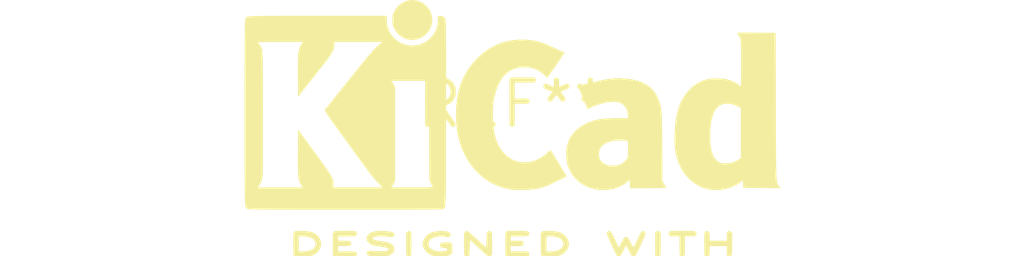
<source format=kicad_pcb>
(kicad_pcb (version 20240108) (generator pcbnew)
  (layers (0 "F.Cu" signal) (31 "B.Cu" signal) (34 "B.Paste" user) (35 "F.Paste" user) (36 "B.SilkS" user "B.Silkscreen") (37 "F.SilkS" user "F.Silkscreen") (38 "B.Mask" user) (39 "F.Mask" user) (44 "Edge.Cuts" user))
  (net 0 "")
  (footprint "KiCad-Logo2_6mm_SilkScreen" (layer "F.Cu") (at 0 0)
    (property "Reference" "REF**")
    (property "Value" "KiCad-Logo2_6mm_SilkScreen")
    (fp_poly (pts (xy 4.200322 3.642069) (xy 4.224035 3.656839) (xy 4.250686 3.678419) (xy 4.250686 3.999965) (xy 4.250601 4.094022) (xy 4.250237 4.168124) (xy 4.249432 4.224896) (xy 4.248021 4.26696) (xy 4.245841 4.29694) (xy 4.242729 4.317459) (xy 4.238522 4.331141) (xy 4.233056 4.340608) (xy 4.22918 4.345274) (xy 4.197742 4.365767) (xy 4.161941 4.364931) (xy 4.130581 4.347456) (xy 4.10393 4.325876) (xy 4.10393 3.678419) (xy 4.130581 3.656839) (xy 4.156302 3.641141) (xy 4.177308 3.635259) (xy 4.200322 3.642069)) (layer "F.SilkS") (stroke (width 0.01)) (fill solid))
    (fp_poly (pts (xy -2.912114 3.657837) (xy -2.905534 3.66541) (xy -2.900371 3.675179) (xy -2.896456 3.689763) (xy -2.893616 3.711777) (xy -2.891679 3.74384) (xy -2.890475 3.788567) (xy -2.889831 3.848577) (xy -2.889576 3.926486) (xy -2.889537 4.002148) (xy -2.889606 4.095994) (xy -2.88993 4.169881) (xy -2.890678 4.226424) (xy -2.892024 4.268241) (xy -2.894138 4.297949) (xy -2.897192 4.318165) (xy -2.901358 4.331506) (xy -2.906808 4.34059) (xy -2.912114 4.346459) (xy -2.945118 4.366139) (xy -2.980283 4.364373) (xy -3.011747 4.342909) (xy -3.018976 4.334529) (xy -3.024626 4.324806) (xy -3.028891 4.311053) (xy -3.031965 4.290581) (xy -3.034044 4.260704) (xy -3.035322 4.218733) (xy -3.035993 4.161981) (xy -3.036251 4.087759) (xy -3.036292 4.003729) (xy -3.036292 3.690677) (xy -3.008583 3.662968) (xy -2.974429 3.639655) (xy -2.941298 3.638815) (xy -2.912114 3.657837)) (layer "F.SilkS") (stroke (width 0.01)) (fill solid))
    (fp_poly (pts (xy -2.726079 -2.96351) (xy -2.622973 -2.927762) (xy -2.526978 -2.871493) (xy -2.441247 -2.794712) (xy -2.36893 -2.697427) (xy -2.336445 -2.636108) (xy -2.308332 -2.55034) (xy -2.294705 -2.451323) (xy -2.296214 -2.349529) (xy -2.312969 -2.257286) (xy -2.358763 -2.144568) (xy -2.425168 -2.046793) (xy -2.508809 -1.965885) (xy -2.606312 -1.903768) (xy -2.7143 -1.862366) (xy -2.829399 -1.843603) (xy -2.948234 -1.849402) (xy -3.006811 -1.861794) (xy -3.120972 -1.906203) (xy -3.222365 -1.973967) (xy -3.308545 -2.062999) (xy -3.377066 -2.171209) (xy -3.382864 -2.183027) (xy -3.402904 -2.227372) (xy -3.415487 -2.26472) (xy -3.422319 -2.30412) (xy -3.425105 -2.354619) (xy -3.425568 -2.409567) (xy -3.424803 -2.475585) (xy -3.421352 -2.523311) (xy -3.413477 -2.561897) (xy -3.399443 -2.600494) (xy -3.38212 -2.638574) (xy -3.317505 -2.746672) (xy -3.237934 -2.834197) (xy -3.14656 -2.901159) (xy -3.046536 -2.947564) (xy -2.941012 -2.973419) (xy -2.833142 -2.978732) (xy -2.726079 -2.96351)) (layer "F.SilkS") (stroke (width 0.01)) (fill solid))
    (fp_poly (pts (xy 4.974773 3.635355) (xy 5.05348 3.635734) (xy 5.114571 3.636525) (xy 5.160525 3.637862) (xy 5.193822 3.639875) (xy 5.216944 3.642698) (xy 5.23237 3.646461) (xy 5.242579 3.651297) (xy 5.247521 3.655014) (xy 5.273165 3.68755) (xy 5.276267 3.72133) (xy 5.260419 3.752018) (xy 5.250056 3.764281) (xy 5.238904 3.772642) (xy 5.222743 3.777849) (xy 5.19735 3.780649) (xy 5.158506 3.781788) (xy 5.101988 3.782013) (xy 5.090888 3.782014) (xy 4.944952 3.782014) (xy 4.944952 4.052948) (xy 4.944856 4.138346) (xy 4.944419 4.204056) (xy 4.94342 4.252966) (xy 4.941636 4.287965) (xy 4.938845 4.311941) (xy 4.934825 4.327785) (xy 4.929353 4.338383) (xy 4.922374 4.346459) (xy 4.889442 4.366304) (xy 4.855062 4.36474) (xy 4.823884 4.342098) (xy 4.821594 4.339292) (xy 4.814137 4.328684) (xy 4.808455 4.316273) (xy 4.804309 4.299042) (xy 4.801458 4.273976) (xy 4.799662 4.238059) (xy 4.79868 4.188275) (xy 4.798272 4.121609) (xy 4.798197 4.045781) (xy 4.798197 3.782014) (xy 4.658835 3.782014) (xy 4.59903 3.78161) (xy 4.557626 3.780032) (xy 4.530456 3.776739) (xy 4.513354 3.771184) (xy 4.502151 3.762823) (xy 4.500791 3.76137) (xy 4.484433 3.728131) (xy 4.48588 3.690554) (xy 4.504686 3.657837) (xy 4.511958 3.65149) (xy 4.521335 3.646458) (xy 4.535317 3.642588) (xy 4.556404 3.639729) (xy 4.587097 3.637727) (xy 4.629897 3.636431) (xy 4.687303 3.63569) (xy 4.761818 3.63535) (xy 4.855941 3.63526) (xy 4.875968 3.635259) (xy 4.974773 3.635355)) (layer "F.SilkS") (stroke (width 0.01)) (fill solid))
    (fp_poly (pts (xy 6.240531 3.640725) (xy 6.27191 3.662968) (xy 6.299619 3.690677) (xy 6.299619 4.000112) (xy 6.299546 4.091991) (xy 6.299203 4.164032) (xy 6.2984 4.218972) (xy 6.296949 4.259552) (xy 6.29466 4.288509) (xy 6.291344 4.308583) (xy 6.286813 4.322513) (xy 6.280877 4.333037) (xy 6.276222 4.339292) (xy 6.245491 4.363865) (xy 6.210204 4.366533) (xy 6.177953 4.351463) (xy 6.167296 4.342566) (xy 6.160172 4.330749) (xy 6.155875 4.311718) (xy 6.153699 4.281184) (xy 6.152936 4.234854) (xy 6.152863 4.199063) (xy 6.152863 4.064237) (xy 5.656152 4.064237) (xy 5.656152 4.186892) (xy 5.655639 4.242979) (xy 5.653584 4.281525) (xy 5.649216 4.307553) (xy 5.641764 4.326089) (xy 5.632755 4.339292) (xy 5.601852 4.363796) (xy 5.566904 4.366698) (xy 5.533446 4.349281) (xy 5.524312 4.340151) (xy 5.51786 4.328047) (xy 5.513605 4.309193) (xy 5.51106 4.279812) (xy 5.509737 4.236129) (xy 5.509151 4.174367) (xy 5.509083 4.160192) (xy 5.508599 4.043823) (xy 5.508349 3.947919) (xy 5.508431 3.870369) (xy 5.508939 3.809061) (xy 5.50997 3.761882) (xy 5.511621 3.726722) (xy 5.513987 3.701468) (xy 5.517165 3.684009) (xy 5.521252 3.672233) (xy 5.526342 3.664027) (xy 5.531974 3.657837) (xy 5.563836 3.638036) (xy 5.597065 3.640725) (xy 5.628443 3.662968) (xy 5.641141 3.677318) (xy 5.649234 3.69317) (xy 5.65375 3.715746) (xy 5.655714 3.75027) (xy 5.656152 3.801968) (xy 5.656152 3.917481) (xy 6.152863 3.917481) (xy 6.152863 3.798948) (xy 6.15337 3.74434) (xy 6.155406 3.707467) (xy 6.159743 3.683499) (xy 6.167155 3.667607) (xy 6.175441 3.657837) (xy 6.207302 3.638036) (xy 6.240531 3.640725)) (layer "F.SilkS") (stroke (width 0.01)) (fill solid))
    (fp_poly (pts (xy 1.030017 3.635467) (xy 1.158996 3.639828) (xy 1.268699 3.653053) (xy 1.360934 3.675933) (xy 1.43751 3.709262) (xy 1.500235 3.75383) (xy 1.55092 3.810428) (xy 1.591371 3.87985) (xy 1.592167 3.881543) (xy 1.616309 3.943675) (xy 1.624911 3.998701) (xy 1.617939 4.054079) (xy 1.595362 4.117265) (xy 1.59108 4.126881) (xy 1.56188 4.183158) (xy 1.529064 4.226643) (xy 1.48671 4.263609) (xy 1.428898 4.300327) (xy 1.425539 4.302244) (xy 1.375212 4.326419) (xy 1.318329 4.344474) (xy 1.251235 4.357031) (xy 1.170273 4.364714) (xy 1.07179 4.368145) (xy 1.036994 4.368443) (xy 0.871302 4.369037) (xy 0.847905 4.339292) (xy 0.840965 4.329511) (xy 0.83555 4.318089) (xy 0.831473 4.302287) (xy 0.828545 4.279367) (xy 0.826575 4.246588) (xy 0.825933 4.222281) (xy 0.982552 4.222281) (xy 1.076434 4.222281) (xy 1.131372 4.220675) (xy 1.187768 4.216447) (xy 1.234053 4.210484) (xy 1.236847 4.209982) (xy 1.319056 4.187928) (xy 1.382822 4.154792) (xy 1.43016 4.109039) (xy 1.46309 4.049131) (xy 1.468816 4.033253) (xy 1.474429 4.008525) (xy 1.471999 3.984094) (xy 1.460175 3.951592) (xy 1.453048 3.935626) (xy 1.429708 3.893198) (xy 1.401588 3.863432) (xy 1.370648 3.842703) (xy 1.308674 3.815729) (xy 1.229359 3.79619) (xy 1.136961 3.784938) (xy 1.070041 3.782462) (xy 0.982552 3.782014) (xy 0.982552 4.222281) (xy 0.825933 4.222281) (xy 0.825376 4.201213) (xy 0.824758 4.140503) (xy 0.824533 4.061718) (xy 0.824508 4.000112) (xy 0.824508 3.690677) (xy 0.852217 3.662968) (xy 0.864514 3.651736) (xy 0.877811 3.644045) (xy 0.89638 3.639232) (xy 0.924494 3.636638) (xy 0.966425 3.635602) (xy 1.026445 3.635462) (xy 1.030017 3.635467)) (layer "F.SilkS") (stroke (width 0.01)) (fill solid))
    (fp_poly (pts (xy -6.109663 3.635258) (xy -6.070181 3.635659) (xy -5.954492 3.638451) (xy -5.857603 3.646742) (xy -5.776211 3.661424) (xy -5.707015 3.683385) (xy -5.646712 3.713514) (xy -5.592 3.752702) (xy -5.572459 3.769724) (xy -5.540042 3.809555) (xy -5.510812 3.863605) (xy -5.488283 3.923515) (xy -5.475971 3.980931) (xy -5.474692 4.002148) (xy -5.482709 4.060961) (xy -5.504191 4.125205) (xy -5.535291 4.186013) (xy -5.572158 4.234522) (xy -5.578146 4.240374) (xy -5.628871 4.281513) (xy -5.684417 4.313627) (xy -5.747988 4.337557) (xy -5.822786 4.354145) (xy -5.912014 4.364233) (xy -6.018874 4.368661) (xy -6.06782 4.369037) (xy -6.130054 4.368737) (xy -6.17382 4.367484) (xy -6.203223 4.364746) (xy -6.222371 4.359993) (xy -6.235369 4.352693) (xy -6.242337 4.346459) (xy -6.248918 4.338886) (xy -6.25408 4.329116) (xy -6.257995 4.314532) (xy -6.260835 4.292518) (xy -6.262772 4.260456) (xy -6.263976 4.215728) (xy -6.26462 4.155718) (xy -6.264875 4.077809) (xy -6.264914 4.002148) (xy -6.265162 3.901233) (xy -6.265109 3.820619) (xy -6.264149 3.782014) (xy -6.118159 3.782014) (xy -6.118159 4.222281) (xy -6.025026 4.222196) (xy -5.968985 4.220588) (xy -5.910291 4.216448) (xy -5.86132 4.210656) (xy -5.85983 4.210418) (xy -5.780684 4.191282) (xy -5.719294 4.161479) (xy -5.672597 4.11907) (xy -5.642927 4.073153) (xy -5.624645 4.022218) (xy -5.626063 3.974392) (xy -5.64728 3.923125) (xy -5.688781 3.870091) (xy -5.74629 3.830792) (xy -5.821042 3.804523) (xy -5.871 3.795227) (xy -5.927708 3.788699) (xy -5.987811 3.783974) (xy -6.038931 3.782009) (xy -6.041959 3.782) (xy -6.118159 3.782014) (xy -6.264149 3.782014) (xy -6.263552 3.758043) (xy -6.25929 3.711247) (xy -6.251122 3.67797) (xy -6.237848 3.655951) (xy -6.218266 3.642931) (xy -6.191175 3.636649) (xy -6.155374 3.634845) (xy -6.109663 3.635258)) (layer "F.SilkS") (stroke (width 0.01)) (fill solid))
    (fp_poly (pts (xy -1.288406 3.63964) (xy -1.26484 3.653465) (xy -1.234027 3.676073) (xy -1.19437 3.70853) (xy -1.144272 3.7519) (xy -1.082135 3.80725) (xy -1.006364 3.875643) (xy -0.919626 3.954276) (xy -0.739003 4.11807) (xy -0.733359 3.898221) (xy -0.731321 3.822543) (xy -0.729355 3.766186) (xy -0.727026 3.725898) (xy -0.723898 3.698427) (xy -0.719537 3.680521) (xy -0.713508 3.668929) (xy -0.705376 3.6604) (xy -0.701064 3.656815) (xy -0.666533 3.637862) (xy -0.633675 3.640633) (xy -0.60761 3.656825) (xy -0.580959 3.678391) (xy -0.577644 3.993343) (xy -0.576727 4.085971) (xy -0.57626 4.158736) (xy -0.576405 4.214353) (xy -0.577324 4.255534) (xy -0.579179 4.284995) (xy -0.582131 4.305447) (xy -0.586342 4.319605) (xy -0.591974 4.330183) (xy -0.598219 4.338666) (xy -0.611731 4.354399) (xy -0.625175 4.364828) (xy -0.640416 4.368831) (xy -0.659318 4.365286) (xy -0.683747 4.353071) (xy -0.715565 4.331063) (xy -0.75664 4.298141) (xy -0.808834 4.253183) (xy -0.874014 4.195067) (xy -0.947848 4.128291) (xy -1.213137 3.88765) (xy -1.218781 4.106781) (xy -1.220823 4.18232) (xy -1.222794 4.238546) (xy -1.225131 4.278716) (xy -1.228273 4.306088) (xy -1.232656 4.32392) (xy -1.238716 4.335471) (xy -1.246892 4.343999) (xy -1.251076 4.347474) (xy -1.288057 4.366564) (xy -1.323 4.363685) (xy -1.353428 4.339292) (xy -1.360389 4.329478) (xy -1.365815 4.318018) (xy -1.369895 4.30216) (xy -1.372821 4.279155) (xy -1.374784 4.246254) (xy -1.375975 4.200708) (xy -1.376584 4.139765) (xy -1.376803 4.060678) (xy -1.376826 4.002148) (xy -1.376752 3.910599) (xy -1.376405 3.838879) (xy -1.375593 3.784237) (xy -1.374125 3.743924) (xy -1.371811 3.71519) (xy -1.368459 3.695285) (xy -1.36388 3.68146) (xy -1.357881 3.670964) (xy -1.353428 3.665003) (xy -1.342142 3.650883) (xy -1.331593 3.640221) (xy -1.320185 3.634084) (xy -1.306322 3.633535) (xy -1.288406 3.63964)) (layer "F.SilkS") (stroke (width 0.01)) (fill solid))
    (fp_poly (pts (xy -1.938373 3.640791) (xy -1.869857 3.652287) (xy -1.817235 3.670159) (xy -1.783 3.693691) (xy -1.773671 3.707116) (xy -1.764185 3.73834) (xy -1.770569 3.766587) (xy -1.790722 3.793374) (xy -1.822037 3.805905) (xy -1.867475 3.804888) (xy -1.902618 3.798098) (xy -1.980711 3.785163) (xy -2.060518 3.783934) (xy -2.149847 3.794433) (xy -2.174521 3.798882) (xy -2.257583 3.8223) (xy -2.322565 3.857137) (xy -2.368753 3.902796) (xy -2.395437 3.958686) (xy -2.400955 3.98758) (xy -2.397343 4.046204) (xy -2.374021 4.098071) (xy -2.333116 4.14217) (xy -2.276751 4.177491) (xy -2.207052 4.203021) (xy -2.126144 4.217751) (xy -2.036152 4.22067) (xy -1.939202 4.210767) (xy -1.933728 4.209833) (xy -1.895167 4.202651) (xy -1.873786 4.195713) (xy -1.864519 4.185419) (xy -1.862298 4.168168) (xy -1.862248 4.159033) (xy -1.862248 4.120681) (xy -1.930723 4.120681) (xy -1.991192 4.116539) (xy -2.032457 4.103339) (xy -2.056467 4.079922) (xy -2.065169 4.045128) (xy -2.065275 4.040586) (xy -2.060184 4.010846) (xy -2.042725 3.989611) (xy -2.010231 3.975558) (xy -1.960035 3.967365) (xy -1.911415 3.964353) (xy -1.840748 3.962625) (xy -1.78949 3.965262) (xy -1.754531 3.974992) (xy -1.732762 3.994545) (xy -1.721072 4.026648) (xy -1.716352 4.07403) (xy -1.715492 4.136263) (xy -1.716901 4.205727) (xy -1.72114 4.252978) (xy -1.728228 4.278204) (xy -1.729603 4.28018) (xy -1.76852 4.3117) (xy -1.825578 4.336662) (xy -1.897161 4.354532) (xy -1.97965 4.364778) (xy -2.069431 4.366865) (xy -2.162884 4.36026) (xy -2.217848 4.352148) (xy -2.304058 4.327746) (xy -2.384184 4.287854) (xy -2.451269 4.236079) (xy -2.461465 4.225731) (xy -2.494594 4.182227) (xy -2.524486 4.12831) (xy -2.547649 4.071784) (xy -2.56059 4.020451) (xy -2.56215 4.000736) (xy -2.55551 3.959611) (xy -2.53786 3.908444) (xy -2.512589 3.854586) (xy -2.483081 3.805387) (xy -2.457011 3.772526) (xy -2.396057 3.723644) (xy -2.317261 3.684737) (xy -2.223449 3.656686) (xy -2.117442 3.640371) (xy -2.020292 3.636384) (xy -1.938373 3.640791)) (layer "F.SilkS") (stroke (width 0.01)) (fill solid))
    (fp_poly (pts (xy 0.242051 3.635452) (xy 0.318409 3.636366) (xy 0.376925 3.638503) (xy 0.419963 3.642367) (xy 0.449891 3.648459) (xy 0.469076 3.657282) (xy 0.479884 3.669338) (xy 0.484681 3.685131) (xy 0.485835 3.705162) (xy 0.485841 3.707527) (xy 0.484839 3.730184) (xy 0.480104 3.747695) (xy 0.469041 3.760766) (xy 0.449056 3.770105) (xy 0.417554 3.776419) (xy 0.37194 3.780414) (xy 0.309621 3.782798) (xy 0.228001 3.784278) (xy 0.202985 3.784606) (xy -0.039092 3.787659) (xy -0.042478 3.85257) (xy -0.045863 3.917481) (xy 0.122284 3.917481) (xy 0.187974 3.917723) (xy 0.23488 3.918748) (xy 0.266791 3.921003) (xy 0.287499 3.924934) (xy 0.300792 3.93099) (xy 0.310463 3.939616) (xy 0.310525 3.939685) (xy 0.328064 3.973304) (xy 0.32743 4.00964) (xy 0.309022 4.040615) (xy 0.305379 4.043799) (xy 0.292449 4.052004) (xy 0.274732 4.057713) (xy 0.248278 4.061354) (xy 0.20914 4.063359) (xy 0.15337 4.064156) (xy 0.117702 4.064237) (xy -0.044737 4.064237) (xy -0.044737 4.222281) (xy 0.201869 4.222281) (xy 0.283288 4.222423) (xy 0.345118 4.223006) (xy 0.390345 4.22426) (xy 0.421956 4.226419) (xy 0.442939 4.229715) (xy 0.456281 4.234381) (xy 0.464969 4.240649) (xy 0.467158 4.242925) (xy 0.483322 4.274472) (xy 0.484505 4.31036) (xy 0.471244 4.341477) (xy 0.460751 4.351463) (xy 0.449837 4.356961) (xy 0.432925 4.361214) (xy 0.407341 4.364372) (xy 0.370409 4.366584) (xy 0.319454 4.367998) (xy 0.251802 4.368764) (xy 0.164777 4.36903) (xy 0.145102 4.369037) (xy 0.056619 4.368979) (xy -0.012065 4.368659) (xy -0.063728 4.367859) (xy -0.101147 4.366359) (xy -0.127102 4.363941) (xy -0.14437 4.360386) (xy -0.15573 4.355474) (xy -0.16396 4.348987) (xy -0.168475 4.34433) (xy -0.175271 4.336081) (xy -0.18058 4.325861) (xy -0.184586 4.310992) (xy -0.187471 4.288794) (xy -0.189418 4.256585) (xy -0.190611 4.211688) (xy -0.191231 4.15142) (xy -0.191463 4.073103) (xy -0.191492 4.007186) (xy -0.191421 3.91482) (xy -0.191084 3.842309) (xy -0.190294 3.786929) (xy -0.188866 3.745957) (xy -0.186613 3.71667) (xy -0.183349 3.696345) (xy -0.178888 3.682258) (xy -0.173044 3.671687) (xy -0.168095 3.665003) (xy -0.144698 3.635259) (xy 0.145482 3.635259) (xy 0.242051 3.635452)) (layer "F.SilkS") (stroke (width 0.01)) (fill solid))
    (fp_poly (pts (xy -4.701086 3.635338) (xy -4.631678 3.63571) (xy -4.579289 3.636577) (xy -4.541139 3.638138) (xy -4.514451 3.640595) (xy -4.496445 3.644149) (xy -4.484341 3.649002) (xy -4.475361 3.655353) (xy -4.47211 3.658276) (xy -4.452335 3.689334) (xy -4.448774 3.72502) (xy -4.461783 3.756702) (xy -4.467798 3.763105) (xy -4.477527 3.769313) (xy -4.493193 3.774102) (xy -4.5177 3.777706) (xy -4.553953 3.780356) (xy -4.604857 3.782287) (xy -4.673318 3.783731) (xy -4.735909 3.78461) (xy -4.983626 3.787659) (xy -4.987011 3.85257) (xy -4.990397 3.917481) (xy -4.82225 3.917481) (xy -4.749251 3.918111) (xy -4.695809 3.920745) (xy -4.65892 3.926501) (xy -4.63558 3.936496) (xy -4.622786 3.951848) (xy -4.617534 3.973674) (xy -4.616737 3.99393) (xy -4.619215 4.018784) (xy -4.628569 4.037098) (xy -4.647675 4.049829) (xy -4.67941 4.057933) (xy -4.726651 4.062368) (xy -4.792275 4.064091) (xy -4.828093 4.064237) (xy -4.98927 4.064237) (xy -4.98927 4.222281) (xy -4.740914 4.222281) (xy -4.659505 4.222394) (xy -4.597634 4.222904) (xy -4.55226 4.224062) (xy -4.520346 4.226122) (xy -4.498851 4.229338) (xy -4.484735 4.233964) (xy -4.47496 4.240251) (xy -4.469981 4.244859) (xy -4.452902 4.271752) (xy -4.447403 4.295659) (xy -4.455255 4.324859) (xy -4.469981 4.346459) (xy -4.477838 4.353258) (xy -4.48798 4.358538) (xy -4.503136 4.36249) (xy -4.526033 4.365305) (xy -4.559401 4.367174) (xy -4.605967 4.36829) (xy -4.668459 4.368843) (xy -4.749606 4.369025) (xy -4.791714 4.369037) (xy -4.88189 4.368957) (xy -4.952216 4.36859) (xy -5.005421 4.367744) (xy -5.044232 4.366228) (xy -5.071379 4.363851) (xy -5.08959 4.360421) (xy -5.101592 4.355746) (xy -5.110114 4.349636) (xy -5.113448 4.346459) (xy -5.120047 4.338862) (xy -5.125219 4.329062) (xy -5.129138 4.314431) (xy -5.131976 4.292344) (xy -5.133907 4.260174) (xy -5.135104 4.215295) (xy -5.13574 4.155081) (xy -5.135989 4.076905) (xy -5.136026 4.004115) (xy -5.135992 3.910899) (xy -5.135757 3.837623) (xy -5.135122 3.78165) (xy -5.133886 3.740343) (xy -5.131848 3.711064) (xy -5.128809 3.691176) (xy -5.124569 3.678042) (xy -5.118927 3.669024) (xy -5.111683 3.661485) (xy -5.109898 3.659804) (xy -5.101237 3.652364) (xy -5.091174 3.646601) (xy -5.076917 3.642304) (xy -5.055675 3.639256) (xy -5.024656 3.637243) (xy -4.981069 3.636052) (xy -4.922123 3.635467) (xy -4.845026 3.635275) (xy -4.790293 3.635259) (xy -4.701086 3.635338)) (layer "F.SilkS") (stroke (width 0.01)) (fill solid))
    (fp_poly (pts (xy 3.756373 3.637226) (xy 3.775963 3.644227) (xy 3.776718 3.644569) (xy 3.803321 3.66487) (xy 3.817978 3.685753) (xy 3.820846 3.695544) (xy 3.820704 3.708553) (xy 3.816669 3.727087) (xy 3.807854 3.753449) (xy 3.793377 3.789944) (xy 3.772353 3.838879) (xy 3.743896 3.902557) (xy 3.707123 3.983285) (xy 3.686883 4.027408) (xy 3.650333 4.106177) (xy 3.616023 4.178615) (xy 3.58526 4.242072) (xy 3.559356 4.2939) (xy 3.539618 4.331451) (xy 3.527358 4.352076) (xy 3.524932 4.354925) (xy 3.493891 4.367494) (xy 3.458829 4.365811) (xy 3.430708 4.350524) (xy 3.429562 4.349281) (xy 3.418376 4.332346) (xy 3.399612 4.299362) (xy 3.375583 4.254572) (xy 3.348605 4.202224) (xy 3.338909 4.182934) (xy 3.265722 4.036342) (xy 3.185948 4.195585) (xy 3.157475 4.250607) (xy 3.131058 4.298324) (xy 3.108856 4.335085) (xy 3.093027 4.357236) (xy 3.087662 4.361933) (xy 3.045965 4.368294) (xy 3.011557 4.354925) (xy 3.001436 4.340638) (xy 2.983922 4.308884) (xy 2.960443 4.262789) (xy 2.932428 4.205477) (xy 2.901307 4.140072) (xy 2.868507 4.069699) (xy 2.835458 3.997483) (xy 2.803589 3.926547) (xy 2.774327 3.860017) (xy 2.749103 3.801018) (xy 2.729344 3.752673) (xy 2.71648 3.718107) (xy 2.711939 3.700445) (xy 2.711985 3.699805) (xy 2.723034 3.67758) (xy 2.745118 3.654945) (xy 2.746418 3.65396) (xy 2.773561 3.638617) (xy 2.798666 3.638766) (xy 2.808076 3.641658) (xy 2.819542 3.64791) (xy 2.831718 3.660206) (xy 2.846065 3.6811) (xy 2.864044 3.713141) (xy 2.887115 3.75888) (xy 2.916738 3.820869) (xy 2.943453 3.87809) (xy 2.974188 3.944418) (xy 3.001729 4.004066) (xy 3.024646 4.053917) (xy 3.041506 4.090856) (xy 3.050881 4.111765) (xy 3.052248 4.115037) (xy 3.058397 4.109689) (xy 3.07253 4.087301) (xy 3.092765 4.051138) (xy 3.117223 4.004469) (xy 3.126956 3.985214) (xy 3.159925 3.920196) (xy 3.185351 3.872846) (xy 3.20532 3.840411) (xy 3.221918 3.820138) (xy 3.237232 3.809274) (xy 3.253348 3.805067) (xy 3.263851 3.804592) (xy 3.282378 3.806234) (xy 3.298612 3.813023) (xy 3.314743 3.827758) (xy 3.332959 3.853236) (xy 3.355447 3.892253) (xy 3.384397 3.947606) (xy 3.40037 3.979095) (xy 3.426278 4.029279) (xy 3.448875 4.070896) (xy 3.466166 4.100434) (xy 3.476158 4.114381) (xy 3.477517 4.114962) (xy 3.483969 4.103985) (xy 3.498416 4.075482) (xy 3.519411 4.032436) (xy 3.545505 3.97783) (xy 3.575254 3.914646) (xy 3.589888 3.883263) (xy 3.627958 3.80227) (xy 3.658613 3.739948) (xy 3.683445 3.694263) (xy 3.704045 3.663181) (xy 3.722006 3.64467) (xy 3.738918 3.636696) (xy 3.756373 3.637226)) (layer "F.SilkS") (stroke (width 0.01)) (fill solid))
    (fp_poly (pts (xy -3.679995 3.636543) (xy -3.60518 3.641773) (xy -3.535598 3.649942) (xy -3.475294 3.660742) (xy -3.428312 3.673865) (xy -3.398698 3.689005) (xy -3.394152 3.693461) (xy -3.378346 3.728042) (xy -3.383139 3.763543) (xy -3.407656 3.793917) (xy -3.408826 3.794788) (xy -3.423246 3.804146) (xy -3.4383 3.809068) (xy -3.459297 3.809665) (xy -3.491549 3.806053) (xy -3.540365 3.798346) (xy -3.544292 3.797697) (xy -3.617031 3.788761) (xy -3.695509 3.784353) (xy -3.774219 3.784311) (xy -3.847653 3.788471) (xy -3.910303 3.796671) (xy -3.956662 3.808749) (xy -3.959708 3.809963) (xy -3.99334 3.828807) (xy -4.005156 3.847877) (xy -3.995906 3.866631) (xy -3.966339 3.884529) (xy -3.917203 3.901029) (xy -3.849249 3.915588) (xy -3.803937 3.922598) (xy -3.709748 3.936081) (xy -3.634836 3.948406) (xy -3.576009 3.960641) (xy -3.530077 3.973853) (xy -3.493847 3.989109) (xy -3.46413 4.007477) (xy -3.437734 4.030023) (xy -3.416522 4.052163) (xy -3.391357 4.083011) (xy -3.378973 4.109537) (xy -3.3751 4.142218) (xy -3.374959 4.154187) (xy -3.377868 4.193904) (xy -3.389494 4.223451) (xy -3.409615 4.249678) (xy -3.450508 4.289768) (xy -3.496109 4.320341) (xy -3.549805 4.342395) (xy -3.614984 4.356927) (xy -3.695036 4.364933) (xy -3.793349 4.36741) (xy -3.809581 4.367369) (xy -3.875141 4.36601) (xy -3.940158 4.362922) (xy -3.997544 4.358548) (xy -4.040214 4.353332) (xy -4.043664 4.352733) (xy -4.086088 4.342683) (xy -4.122072 4.329988) (xy -4.142442 4.318382) (xy -4.161399 4.287764) (xy -4.162719 4.25211) (xy -4.146377 4.220336) (xy -4.142721 4.216743) (xy -4.127607 4.206068) (xy -4.108707 4.201468) (xy -4.079454 4.202251) (xy -4.043943 4.206319) (xy -4.004262 4.209954) (xy -3.948637 4.21302) (xy -3.883698 4.215245) (xy -3.816077 4.216356) (xy -3.798292 4.216429) (xy -3.73042 4.216156) (xy -3.680746 4.214838) (xy -3.644902 4.212019) (xy -3.618516 4.207242) (xy -3.597218 4.200049) (xy -3.584418 4.194059) (xy -3.556292 4.177425) (xy -3.53836 4.16236) (xy -3.535739 4.158089) (xy -3.541268 4.140455) (xy -3.567552 4.123384) (xy -3.61277 4.10765) (xy -3.6751 4.09403) (xy -3.693463 4.090996) (xy -3.789382 4.07593) (xy -3.865933 4.063338) (xy -3.926072 4.052303) (xy -3.972752 4.041912) (xy -4.008929 4.031248) (xy -4.037557 4.019397) (xy -4.06159 4.005443) (xy -4.083984 3.988473) (xy -4.107694 3.96757) (xy -4.115672 3.960241) (xy -4.143645 3.932891) (xy -4.158452 3.911221) (xy -4.164244 3.886424) (xy -4.165181 3.855175) (xy -4.154867 3.793897) (xy -4.124044 3.741832) (xy -4.072887 3.69915) (xy -4.001575 3.666017) (xy -3.950692 3.651156) (xy -3.895392 3.641558) (xy -3.829145 3.636128) (xy -3.755998 3.634559) (xy -3.679995 3.636543)) (layer "F.SilkS") (stroke (width 0.01)) (fill solid))
    (fp_poly (pts (xy 0.439962 -1.839501) (xy 0.588014 -1.823293) (xy 0.731452 -1.794282) (xy 0.87611 -1.750955) (xy 1.027824 -1.691799) (xy 1.192428 -1.6153) (xy 1.222071 -1.600483) (xy 1.290098 -1.566969) (xy 1.354256 -1.536792) (xy 1.408215 -1.512834) (xy 1.44564 -1.497976) (xy 1.451389 -1.496105) (xy 1.506486 -1.479598) (xy 1.259851 -1.120799) (xy 1.199552 -1.033107) (xy 1.144422 -0.952988) (xy 1.096336 -0.883164) (xy 1.057168 -0.826353) (xy 1.028794 -0.785277) (xy 1.013087 -0.762654) (xy 1.010536 -0.759072) (xy 1.000171 -0.766562) (xy 0.97466 -0.789082) (xy 0.938563 -0.822539) (xy 0.918642 -0.84145) (xy 0.805773 -0.931222) (xy 0.679014 -0.999439) (xy 0.569783 -1.036805) (xy 0.504214 -1.04854) (xy 0.422116 -1.055692) (xy 0.333144 -1.058126) (xy 0.246956 -1.055712) (xy 0.173205 -1.048317) (xy 0.143776 -1.042653) (xy 0.011133 -0.997018) (xy -0.108394 -0.927337) (xy -0.214717 -0.83374) (xy -0.307747 -0.716351) (xy -0.387395 -0.5753) (xy -0.453574 -0.410714) (xy -0.506194 -0.22272) (xy -0.537467 -0.061783) (xy -0.545626 0.009263) (xy -0.551185 0.101046) (xy -0.554198 0.206968) (xy -0.554719 0.320434) (xy -0.5528 0.434849) (xy -0.548497 0.543617) (xy -0.541863 0.640143) (xy -0.532951 0.717831) (xy -0.531021 0.729817) (xy -0.488501 0.922892) (xy -0.430567 1.093773) (xy -0.356867 1.243224) (xy -0.267049 1.372011) (xy -0.203293 1.441639) (xy -0.088714 1.536173) (xy 0.036942 1.606246) (xy 0.171557 1.651477) (xy 0.313011 1.671484) (xy 0.459183 1.665885) (xy 0.607955 1.6343) (xy 0.695911 1.603394) (xy 0.817629 1.541506) (xy 0.94308 1.452729) (xy 1.013353 1.392694) (xy 1.052811 1.357947) (xy 1.083812 1.332454) (xy 1.101458 1.32017) (xy 1.103648 1.319795) (xy 1.111524 1.332347) (xy 1.131932 1.365516) (xy 1.163132 1.416458) (xy 1.203386 1.482331) (xy 1.250957 1.560289) (xy 1.304104 1.64749) (xy 1.333687 1.696067) (xy 1.559648 2.067215) (xy 1.277527 2.206639) (xy 1.175522 2.256719) (xy 1.092889 2.29621) (xy 1.024578 2.327073) (xy 0.965537 2.351268) (xy 0.910714 2.370758) (xy 0.85506 2.387503) (xy 0.793523 2.403465) (xy 0.73454 2.417482) (xy 0.682115 2.428329) (xy 0.627288 2.436526) (xy 0.564572 2.442528) (xy 0.488477 2.44679) (xy 0.393516 2.449767) (xy 0.329513 2.451052) (xy 0.238192 2.45193) (xy 0.150627 2.451487) (xy 0.072612 2.449852) (xy 0.009942 2.447149) (xy -0.031587 2.443505) (xy -0.034048 2.443142) (xy -0.249697 2.396487) (xy -0.452207 2.325729) (xy -0.641505 2.230914) (xy -0.817521 2.112089) (xy -0.980184 1.9693) (xy -1.129422 1.802594) (xy -1.237504 1.654433) (xy -1.352566 1.460502) (xy -1.445577 1.255699) (xy -1.516987 1.038383) (xy -1.567244 0.806912) (xy -1.596799 0.559643) (xy -1.606111 0.308559) (xy -1.598452 0.06567) (xy -1.574387 -0.15843) (xy -1.533148 -0.367523) (xy -1.473973 -0.565387) (xy -1.396096 -0.755804) (xy -1.386797 -0.775532) (xy -1.284352 -0.959941) (xy -1.158528 -1.135424) (xy -1.012888 -1.29835) (xy -0.850999 -1.445086) (xy -0.676424 -1.571999) (xy -0.513756 -1.665095) (xy -0.349427 -1.738009) (xy -0.184749 -1.790826) (xy -0.013348 -1.824985) (xy 0.171153 -1.841922) (xy 0.281459 -1.84442) (xy 0.439962 -1.839501)) (layer "F.SilkS") (stroke (width 0.01)) (fill solid))
    (fp_poly (pts (xy 6.84227 -2.043175) (xy 6.959041 -2.042696) (xy 6.998729 -2.042455) (xy 7.544486 -2.038865) (xy 7.551351 0.054919) (xy 7.552258 0.338842) (xy 7.553062 0.59664) (xy 7.553815 0.829646) (xy 7.554569 1.039194) (xy 7.555375 1.226618) (xy 7.556285 1.39325) (xy 7.557351 1.540425) (xy 7.558624 1.669477) (xy 7.560156 1.781739) (xy 7.561998 1.878544) (xy 7.564203 1.961226) (xy 7.566822 2.031119) (xy 7.569906 2.089557) (xy 7.573508 2.137872) (xy 7.577678 2.1774) (xy 7.582469 2.209473) (xy 7.587931 2.235424) (xy 7.594118 2.256589) (xy 7.60108 2.274299) (xy 7.608869 2.289889) (xy 7.617537 2.304693) (xy 7.627135 2.320044) (xy 7.637715 2.337276) (xy 7.639884 2.340946) (xy 7.676268 2.403031) (xy 7.150431 2.399434) (xy 6.624594 2.395838) (xy 6.617729 2.280331) (xy 6.613992 2.224899) (xy 6.610097 2.192851) (xy 6.604811 2.180135) (xy 6.596903 2.182696) (xy 6.59027 2.190024) (xy 6.561374 2.216714) (xy 6.514279 2.251021) (xy 6.45562 2.288846) (xy 6.392031 2.32609) (xy 6.330149 2.358653) (xy 6.282634 2.380077) (xy 6.171316 2.415283) (xy 6.043596 2.440222) (xy 5.908901 2.453941) (xy 5.776663 2.455486) (xy 5.656308 2.443906) (xy 5.654326 2.443574) (xy 5.489641 2.40225) (xy 5.335479 2.336412) (xy 5.193328 2.247474) (xy 5.064675 2.136852) (xy 4.951007 2.005961) (xy 4.85381 1.856216) (xy 4.774572 1.689033) (xy 4.73143 1.56519) (xy 4.702979 1.461581) (xy 4.68188 1.361252) (xy 4.667488 1.258109) (xy 4.659158 1.146057) (xy 4.656245 1.019001) (xy 4.657535 0.915252) (xy 5.67065 0.915252) (xy 5.675444 1.089222) (xy 5.690568 1.238895) (xy 5.716485 1.365597) (xy 5.753663 1.470658) (xy 5.802565 1.555406) (xy 5.863658 1.621169) (xy 5.934177 1.667659) (xy 5.970871 1.685014) (xy 6.002696 1.695419) (xy 6.038177 1.700179) (xy 6.085841 1.700601) (xy 6.137189 1.698748) (xy 6.238169 1.689841) (xy 6.318035 1.672398) (xy 6.343135 1.663661) (xy 6.400448 1.637857) (xy 6.460897 1.605453) (xy 6.487297 1.589233) (xy 6.555946 1.544205) (xy 6.555946 0.116982) (xy 6.480432 0.071718) (xy 6.375121 0.020572) (xy 6.267525 -0.009676) (xy 6.161581 -0.019205) (xy 6.061224 -0.008193) (xy 5.970387 0.023181) (xy 5.893007 0.07474) (xy 5.868039 0.099488) (xy 5.807856 0.180577) (xy 5.759145 0.278734) (xy 5.721499 0.395643) (xy 5.694512 0.532985) (xy 5.677775 0.692444) (xy 5.670883 0.8757) (xy 5.67065 0.915252) (xy 4.657535 0.915252) (xy 4.658073 0.872067) (xy 4.669647 0.646053) (xy 4.69292 0.442192) (xy 4.728504 0.257513) (xy 4.777013 0.089048) (xy 4.83906 -0.066174) (xy 4.861201 -0.112192) (xy 4.950385 -0.262261) (xy 5.058159 -0.395623) (xy 5.18199 -0.510123) (xy 5.319342 -0.603611) (xy 5.467683 -0.673932) (xy 5.556604 -0.70294) (xy 5.643933 -0.72016) (xy 5.749011 -0.730406) (xy 5.863029 -0.733682) (xy 5.977177 -0.729991) (xy 6.082648 -0.71934) (xy 6.167334 -0.70263) (xy 6.268128 -0.66986) (xy 6.365822 -0.627721) (xy 6.451296 -0.580481) (xy 6.496789 -0.548419) (xy 6.528169 -0.524578) (xy 6.550142 -0.510061) (xy 6.555141 -0.508) (xy 6.55669 -0.521282) (xy 6.558135 -0.559337) (xy 6.559443 -0.619481) (xy 6.560583 -0.699027) (xy 6.561521 -0.795289) (xy 6.562226 -0.905581) (xy 6.562667 -1.027219) (xy 6.562811 -1.151115) (xy 6.56273 -1.309804) (xy 6.562335 -1.443592) (xy 6.561395 -1.55504) (xy 6.55968 -1.646705) (xy 6.556957 -1.721147) (xy 6.552997 -1.780925) (xy 6.547569 -1.828598) (xy 6.540441 -1.866726) (xy 6.531384 -1.897866) (xy 6.520167 -1.924579) (xy 6.506558 -1.949423) (xy 6.490328 -1.974957) (xy 6.48824 -1.978119) (xy 6.467306 -2.01119) (xy 6.454667 -2.033931) (xy 6.452973 -2.038728) (xy 6.466216 -2.040241) (xy 6.504002 -2.041472) (xy 6.563416 -2.042401) (xy 6.641542 -2.043008) (xy 6.735465 -2.043273) (xy 6.84227 -2.043175)) (layer "F.SilkS") (stroke (width 0.01)) (fill solid))
    (fp_poly (pts (xy 3.167505 -0.735771) (xy 3.235531 -0.730622) (xy 3.430163 -0.704727) (xy 3.602529 -0.663425) (xy 3.75347 -0.606147) (xy 3.883825 -0.532326) (xy 3.994434 -0.441392) (xy 4.086135 -0.332778) (xy 4.15977 -0.205915) (xy 4.213539 -0.068648) (xy 4.227187 -0.024863) (xy 4.239073 0.016141) (xy 4.249334 0.056569) (xy 4.258113 0.09863) (xy 4.265548 0.144531) (xy 4.27178 0.19648) (xy 4.27695 0.256685) (xy 4.281196 0.327352) (xy 4.28466 0.410689) (xy 4.287481 0.508905) (xy 4.2898 0.624205) (xy 4.291757 0.758799) (xy 4.293491 0.914893) (xy 4.295143 1.094695) (xy 4.296324 1.235676) (xy 4.30427 2.203622) (xy 4.355756 2.29677) (xy 4.380137 2.341645) (xy 4.39828 2.376501) (xy 4.406935 2.395054) (xy 4.407243 2.396311) (xy 4.394014 2.397749) (xy 4.356326 2.399074) (xy 4.297183 2.400249) (xy 4.219586 2.401237) (xy 4.126536 2.401999) (xy 4.021035 2.4025) (xy 3.906084 2.402701) (xy 3.892378 2.402703) (xy 3.377513 2.402703) (xy 3.377513 2.286) (xy 3.376635 2.23326) (xy 3.374292 2.192926) (xy 3.370921 2.1713) (xy 3.369431 2.169298) (xy 3.355804 2.177683) (xy 3.327757 2.199692) (xy 3.291303 2.230601) (xy 3.290485 2.231316) (xy 3.223962 2.280843) (xy 3.139948 2.330575) (xy 3.047937 2.375626) (xy 2.957421 2.41111) (xy 2.917567 2.423236) (xy 2.838255 2.438637) (xy 2.740935 2.448465) (xy 2.634516 2.45258) (xy 2.527907 2.450841) (xy 2.430017 2.443108) (xy 2.361513 2.431981) (xy 2.19352 2.382648) (xy 2.042281 2.312342) (xy 1.908782 2.221933) (xy 1.794006 2.112295) (xy 1.698937 1.984299) (xy 1.62456 1.838818) (xy 1.592474 1.750541) (xy 1.572365 1.664739) (xy 1.559038 1.561736) (xy 1.552872 1.451034) (xy 1.553074 1.434925) (xy 2.481648 1.434925) (xy 2.489348 1.517184) (xy 2.514989 1.585546) (xy 2.562378 1.64897) (xy 2.580579 1.667567) (xy 2.645282 1.717846) (xy 2.720066 1.750056) (xy 2.809662 1.765648) (xy 2.904012 1.766796) (xy 2.993501 1.759216) (xy 3.062018 1.744389) (xy 3.091775 1.733253) (xy 3.145408 1.702904) (xy 3.202235 1.660221) (xy 3.254082 1.612317) (xy 3.292778 1.566301) (xy 3.303054 1.549421) (xy 3.311042 1.525782) (xy 3.316721 1.488168) (xy 3.320356 1.432985) (xy 3.322211 1.35664) (xy 3.322594 1.283981) (xy 3.322335 1.19927) (xy 3.321287 1.138018) (xy 3.319045 1.096227) (xy 3.315206 1.069899) (xy 3.309365 1.055035) (xy 3.301118 1.047639) (xy 3.298567 1.046461) (xy 3.2764 1.042833) (xy 3.23268 1.039866) (xy 3.173311 1.037827) (xy 3.104196 1.036983) (xy 3.089189 1.036982) (xy 2.996805 1.038457) (xy 2.925432 1.042842) (xy 2.868719 1.050738) (xy 2.821872 1.06227) (xy 2.705669 1.106215) (xy 2.614543 1.160243) (xy 2.547705 1.225219) (xy 2.504365 1.302005) (xy 2.483734 1.391467) (xy 2.481648 1.434925) (xy 1.553074 1.434925) (xy 1.554244 1.342133) (xy 1.563532 1.244536) (xy 1.570777 1.205105) (xy 1.617039 1.058701) (xy 1.687384 0.923995) (xy 1.780484 0.80228) (xy 1.895012 0.694847) (xy 2.02964 0.602988) (xy 2.18304 0.527996) (xy 2.313459 0.482458) (xy 2.400623 0.458533) (xy 2.483996 0.439943) (xy 2.568976 0.426084) (xy 2.660965 0.416351) (xy 2.765362 0.410141) (xy 2.887568 0.406851) (xy 2.998055 0.405924) (xy 3.325677 0.405027) (xy 3.319401 0.306547) (xy 3.301579 0.199695) (xy 3.263667 0.107852) (xy 3.20728 0.03331) (xy 3.134031 -0.021636) (xy 3.069535 -0.048448) (xy 2.977123 -0.065346) (xy 2.867111 -0.067773) (xy 2.744656 -0.056622) (xy 2.614914 -0.03279) (xy 2.483042 0.00283) (xy 2.354198 0.049343) (xy 2.260566 0.091883) (xy 2.215517 0.113728) (xy 2.181156 0.128984) (xy 2.163681 0.134937) (xy 2.162733 0.134746) (xy 2.156703 0.121412) (xy 2.141645 0.086068) (xy 2.118977 0.032101) (xy 2.090115 -0.037104) (xy 2.056477 -0.11816) (xy 2.022284 -0.200882) (xy 1.885586 -0.532197) (xy 1.98282 -0.548167) (xy 2.024964 -0.55618) (xy 2.088319 -0.569639) (xy 2.167457 -0.587321) (xy 2.256951 -0.608004) (xy 2.351373 -0.630468) (xy 2.388973 -0.639597) (xy 2.551637 -0.677326) (xy 2.69405 -0.705612) (xy 2.821527 -0.725028) (xy 2.939384 -0.736146) (xy 3.052938 -0.739536) (xy 3.167505 -0.735771)) (layer "F.SilkS") (stroke (width 0.01)) (fill solid))
    (fp_poly (pts (xy -5.955743 -2.526311) (xy -5.69122 -2.526275) (xy -5.568088 -2.52627) (xy -3.597189 -2.52627) (xy -3.597189 -2.41009) (xy -3.584789 -2.268709) (xy -3.547364 -2.138316) (xy -3.484577 -2.018138) (xy -3.396094 -1.907398) (xy -3.366157 -1.877489) (xy -3.258466 -1.792652) (xy -3.139725 -1.730779) (xy -3.01346 -1.691841) (xy -2.883197 -1.67581) (xy -2.752465 -1.682658) (xy -2.624788 -1.712357) (xy -2.503695 -1.76488) (xy -2.392712 -1.840197) (xy -2.342868 -1.885637) (xy -2.249983 -1.997048) (xy -2.181873 -2.119565) (xy -2.139129 -2.251785) (xy -2.122347 -2.392308) (xy -2.122124 -2.406133) (xy -2.121244 -2.526266) (xy -2.068443 -2.526268) (xy -2.021604 -2.519911) (xy -1.978817 -2.504444) (xy -1.975989 -2.502846) (xy -1.966325 -2.497832) (xy -1.957451 -2.493927) (xy -1.949335 -2.489993) (xy -1.941943 -2.484894) (xy -1.935245 -2.477492) (xy -1.929208 -2.466649) (xy -1.923801 -2.451228) (xy -1.91899 -2.430091) (xy -1.914745 -2.402101) (xy -1.911032 -2.366121) (xy -1.907821 -2.321013) (xy -1.905078 -2.26564) (xy -1.902772 -2.198863) (xy -1.900871 -2.119547) (xy -1.899342 -2.026553) (xy -1.898154 -1.918743) (xy -1.897274 -1.794981) (xy -1.89667 -1.654129) (xy -1.896311 -1.49505) (xy -1.896165 -1.316605) (xy -1.896198 -1.117658) (xy -1.89638 -0.897071) (xy -1.896677 -0.653707) (xy -1.897059 -0.386428) (xy -1.897492 -0.094097) (xy -1.897945 0.224424) (xy -1.897998 0.26323) (xy -1.898404 0.583782) (xy -1.898749 0.878012) (xy -1.899069 1.147056) (xy -1.8994 1.392052) (xy -1.899779 1.614137) (xy -1.900243 1.814447) (xy -1.900828 1.994119) (xy -1.90157 2.15429) (xy -1.902506 2.296098) (xy -1.903673 2.420679) (xy -1.905107 2.52917) (xy -1.906844 2.622707) (xy -1.908922 2.702429) (xy -1.911376 2.769472) (xy -1.914244 2.824973) (xy -1.917561 2.870068) (xy -1.921364 2.905895) (xy -1.92569 2.933591) (xy -1.930575 2.954293) (xy -1.936055 2.969137) (xy -1.942168 2.97926) (xy -1.94895 2.9858) (xy -1.956437 2.989893) (xy -1.964666 2.992676) (xy -1.973673 2.995287) (xy -1.983495 2.998862) (xy -1.985894 2.99995) (xy -1.993435 3.002396) (xy -2.006056 3.004642) (xy -2.024859 3.006698) (xy -2.050947 3.008572) (xy -2.085422 3.010271) (xy -2.129385 3.011803) (xy -2.183939 3.013177) (xy -2.250185 3.0144) (xy -2.329226 3.015481) (xy -2.422163 3.016427) (xy -2.530099 3.017247) (xy -2.654136 3.017947) (xy -2.795376 3.018538) (xy -2.954921 3.019025) (xy -3.133872 3.019419) (xy -3.333332 3.019725) (xy -3.554404 3.019953) (xy -3.798188 3.02011) (xy -4.065787 3.020205) (xy -4.358303 3.020245) (xy -4.676839 3.020238) (xy -4.780021 3.020228) (xy -5.105623 3.020176) (xy -5.404881 3.020091) (xy -5.678909 3.019963) (xy -5.928824 3.019785) (xy -6.15574 3.019548) (xy -6.360773 3.019242) (xy -6.545038 3.01886) (xy -6.70965 3.018392) (xy -6.855725 3.01783) (xy -6.984376 3.017165) (xy -7.096721 3.016388) (xy -7.193874 3.015491) (xy -7.27695 3.014465) (xy -7.347064 3.013301) (xy -7.405332 3.011991) (xy -7.452869 3.010525) (xy -7.49079 3.008896) (xy -7.52021 3.007093) (xy -7.542245 3.00511) (xy -7.55801 3.002936) (xy -7.56862 3.000563) (xy -7.574404 2.998391) (xy -7.584684 2.994056) (xy -7.594122 2.990859) (xy -7.602755 2.987665) (xy -7.610619 2.983338) (xy -7.617748 2.976744) (xy -7.624179 2.966747) (xy -7.629947 2.952212) (xy -7.635089 2.932003) (xy -7.63964 2.904985) (xy -7.643635 2.870023) (xy -7.647111 2.825981) (xy -7.650102 2.771724) (xy -7.652646 2.706117) (xy -7.654777 2.628024) (xy -7.656532 2.53631) (xy -7.657945 2.42984) (xy -7.658315 2.388973) (xy -7.291884 2.388973) (xy -5.996734 2.388973) (xy -6.021655 2.351217) (xy -6.046447 2.312417) (xy -6.06744 2.275469) (xy -6.084935 2.237788) (xy -6.09923 2.196788) (xy -6.110623 2.149883) (xy -6.119413 2.094487) (xy -6.125898 2.028016) (xy -6.130377 1.947883) (xy -6.13315 1.851502) (xy -6.134513 1.736289) (xy -6.134767 1.599657) (xy -6.134209 1.43902) (xy -6.133893 1.379382) (xy -6.130325 0.740041) (xy -5.725298 1.291449) (xy -5.610554 1.447876) (xy -5.511143 1.584088) (xy -5.42599 1.70189) (xy -5.354022 1.803084) (xy -5.294166 1.889477) (xy -5.245348 1.962874) (xy -5.206495 2.025077) (xy -5.176534 2.077893) (xy -5.154391 2.123125) (xy -5.138993 2.162578) (xy -5.129266 2.198058) (xy -5.124137 2.231368) (xy -5.122532 2.264313) (xy -5.123379 2.298697) (xy -5.123595 2.303019) (xy -5.128054 2.389031) (xy -3.708692 2.388973) (xy -3.814265 2.282522) (xy -3.842913 2.253406) (xy -3.87009 2.225076) (xy -3.896989 2.195968) (xy -3.924803 2.16452) (xy -3.954725 2.129169) (xy -3.987946 2.088354) (xy -4.025661 2.040511) (xy -4.06906 1.984079) (xy -4.119338 1.917494) (xy -4.177688 1.839195) (xy -4.2453 1.747619) (xy -4.323369 1.641204) (xy -4.413088 1.518387) (xy -4.515648 1.377605) (xy -4.632242 1.217297) (xy -4.727809 1.085798) (xy -4.847749 0.920596) (xy -4.95238 0.776152) (xy -5.042648 0.651094) (xy -5.119503 0.544052) (xy -5.183891 0.453654) (xy -5.236761 0.378529) (xy -5.27906 0.317304) (xy -5.311736 0.26861) (xy -5.335738 0.231074) (xy -5.352013 0.203325) (xy -5.361508 0.183992) (xy -5.365173 0.171703) (xy -5.364071 0.165242) (xy -5.350724 0.148048) (xy -5.321866 0.111655) (xy -5.27924 0.058224) (xy -5.224585 -0.010081) (xy -5.159644 -0.091097) (xy -5.086158 -0.18266) (xy -5.005868 -0.282608) (xy -4.920515 -0.388776) (xy -4.83184 -0.499003) (xy -4.741586 -0.611124) (xy -4.691944 -0.672756) (xy -3.459373 -0.672756) (xy -3.408146 -0.580081) (xy -3.356919 -0.487405) (xy -3.356919 2.203622) (xy -3.408146 2.296298) (xy -3.459373 2.388973) (xy -2.853396 2.388973) (xy -2.708734 2.388931) (xy -2.589244 2.388741) (xy -2.492642 2.388308) (xy -2.416642 2.387536) (xy -2.358957 2.38633) (xy -2.317301 2.384594) (xy -2.289389 2.382232) (xy -2.272935 2.37915) (xy -2.265652 2.375251) (xy -2.265255 2.37044) (xy -2.269458 2.364622) (xy -2.269501 2.364574) (xy -2.286813 2.339532) (xy -2.309736 2.298815) (xy -2.329981 2.258168) (xy -2.368379 2.176162) (xy -2.376211 -0.672756) (xy -3.459373 -0.672756) (xy -4.691944 -0.672756) (xy -4.651493 -0.722976) (xy -4.563302 -0.832396) (xy -4.478754 -0.937222) (xy -4.399592 -1.035289) (xy -4.327556 -1.124434) (xy -4.264387 -1.202495) (xy -4.211827 -1.267308) (xy -4.171617 -1.31671) (xy -4.148 -1.345513) (xy -4.05629 -1.453222) (xy -3.96806 -1.55042) (xy -3.886403 -1.633924) (xy -3.81441 -1.700552) (xy -3.763319 -1.741401) (xy -3.702907 -1.784865) (xy -5.092298 -1.784865) (xy -5.091908 -1.703334) (xy -5.095791 -1.643394) (xy -5.11039 -1.587823) (xy -5.132988 -1.535145) (xy -5.147678 -1.505385) (xy -5.163472 -1.475897) (xy -5.181814 -1.444724) (xy -5.204145 -1.409907) (xy -5.231909 -1.36949) (xy -5.266549 -1.321514) (xy -5.309507 -1.264022) (xy -5.362227 -1.195057) (xy -5.426151 -1.112661) (xy -5.502721 -1.014876) (xy -5.593381 -0.899745) (xy -5.699574 -0.76531) (xy -5.711568 -0.750141) (xy -6.130325 -0.220588) (xy -6.134378 -0.807078) (xy -6.135195 -0.982749) (xy -6.135021 -1.131468) (xy -6.133849 -1.253725) (xy -6.131669 -1.350011) (xy -6.128474 -1.420817) (xy -6.124256 -1.466631) (xy -6.122838 -1.475321) (xy -6.100591 -1.566865) (xy -6.071443 -1.649392) (xy -6.038182 -1.715747) (xy -6.0182 -1.74389) (xy -5.983722 -1.784865) (xy -6.637914 -1.784865) (xy -6.793969 -1.784731) (xy -6.924467 -1.784297) (xy -7.03131 -1.783511) (xy -7.116398 -1.782324) (xy -7.181635 -1.780683) (xy -7.228921 -1.778539) (xy -7.260157 -1.775841) (xy -7.277246 -1.772538) (xy -7.282088 -1.768579) (xy -7.281753 -1.767702) (xy -7.267885 -1.746769) (xy -7.244732 -1.713588) (xy -7.232754 -1.696807) (xy -7.220369 -1.68006) (xy -7.209237 -1.665085) (xy -7.199288 -1.650406) (xy -7.190451 -1.634551) (xy -7.182657 -1.616045) (xy -7.175835 -1.593415) (xy -7.169916 -1.565187) (xy -7.164829 -1.529887) (xy -7.160504 -1.486042) (xy -7.156871 -1.432178) (xy -7.15386 -1.36682) (xy -7.151401 -1.288496) (xy -7.149423 -1.195732) (xy -7.147858 -1.087053) (xy -7.146634 -0.960987) (xy -7.145681 -0.816058) (xy -7.14493 -0.650794) (xy -7.144311 -0.463721) (xy -7.143752 -0.253365) (xy -7.143185 -0.018252) (xy -7.142655 0.197741) (xy -7.142155 0.438535) (xy -7.141895 0.668274) (xy -7.141868 0.885493) (xy -7.142067 1.088722) (xy -7.142486 1.276496) (xy -7.143118 1.447345) (xy -7.143956 1.599803) (xy -7.144992 1.732403) (xy -7.14622 1.843676) (xy -7.147633 1.932156) (xy -7.149225 1.996375) (xy -7.150987 2.034865) (xy -7.151321 2.038933) (xy -7.163466 2.132248) (xy -7.182427 2.20719) (xy -7.211302 2.272594) (xy -7.25319 2.337293) (xy -7.258429 2.344352) (xy -7.291884 2.388973) (xy -7.658315 2.388973) (xy -7.659054 2.307479) (xy -7.659893 2.16809) (xy -7.660498 2.010539) (xy -7.660905 1.833691) (xy -7.66115 1.63641) (xy -7.661267 1.41756) (xy -7.661295 1.176007) (xy -7.661267 0.910615) (xy -7.66122 0.620249) (xy -7.66119 0.303773) (xy -7.661189 0.240946) (xy -7.661172 -0.078863) (xy -7.661112 -0.372339) (xy -7.661002 -0.64061) (xy -7.660833 -0.884802) (xy -7.660597 -1.106043) (xy -7.660284 -1.30546) (xy -7.659885 -1.48418) (xy -7.659393 -1.643329) (xy -7.658797 -1.784034) (xy -7.65809 -1.907424) (xy -7.657263 -2.014624) (xy -7.656307 -2.106762) (xy -7.655213 -2.184965) (xy -7.653973 -2.250359) (xy -7.652578 -2.304072) (xy -7.651018 -2.347231) (xy -7.649286 -2.380963) (xy -7.647372 -2.406395) (xy -7.645268 -2.424653) (xy -7.642966 -2.436866) (xy -7.640455 -2.444159) (xy -7.640363 -2.444341) (xy -7.635192 -2.455482) (xy -7.630885 -2.465569) (xy -7.626121 -2.474654) (xy -7.619578 -2.482788) (xy -7.609935 -2.490024) (xy -7.595871 -2.496414) (xy -7.576063 -2.502011) (xy -7.549191 -2.506867) (xy -7.513933 -2.511034) (xy -7.468968 -2.514564) (xy -7.412974 -2.517509) (xy -7.344629 -2.519923) (xy -7.262614 -2.521856) (xy -7.165605 -2.523362) (xy -7.052282 -2.524492) (xy -6.921323 -2.525298) (xy -6.771407 -2.525834) (xy -6.601213 -2.526151) (xy -6.409418 -2.526301) (xy -6.194702 -2.526337) (xy -5.955743 -2.526311)) (layer "F.SilkS") (stroke (width 0.01)) (fill solid))
  )
)
</source>
